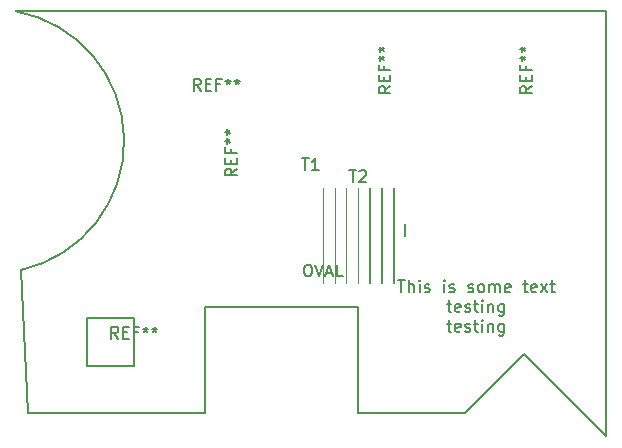
<source format=gto>
G04 #@! TF.FileFunction,Legend,Top*
%FSLAX46Y46*%
G04 Gerber Fmt 4.6, Leading zero omitted, Abs format (unit mm)*
G04 Created by KiCad (PCBNEW 4.0.4+e1-6308~48~ubuntu16.04.1-stable) date Thu Sep 15 10:42:46 2016*
%MOMM*%
%LPD*%
G01*
G04 APERTURE LIST*
%ADD10C,0.100000*%
%ADD11C,0.150000*%
%ADD12C,0.152400*%
%ADD13C,0.203200*%
%ADD14C,0.177800*%
%ADD15C,0.127000*%
%ADD16C,0.101600*%
%ADD17C,0.076200*%
%ADD18C,0.050800*%
%ADD19C,0.025400*%
G04 APERTURE END LIST*
D10*
D11*
X100000000Y-82000000D02*
X100000000Y-78000000D01*
X104000000Y-82000000D02*
X100000000Y-82000000D01*
X104000000Y-78000000D02*
X104000000Y-82000000D01*
X100000000Y-78000000D02*
X104000000Y-78000000D01*
D12*
X126371811Y-74767219D02*
X126952382Y-74767219D01*
X126662097Y-75783219D02*
X126662097Y-74767219D01*
X127291049Y-75783219D02*
X127291049Y-74767219D01*
X127726477Y-75783219D02*
X127726477Y-75251029D01*
X127678096Y-75154267D01*
X127581334Y-75105886D01*
X127436192Y-75105886D01*
X127339430Y-75154267D01*
X127291049Y-75202648D01*
X128210287Y-75783219D02*
X128210287Y-75105886D01*
X128210287Y-74767219D02*
X128161906Y-74815600D01*
X128210287Y-74863981D01*
X128258668Y-74815600D01*
X128210287Y-74767219D01*
X128210287Y-74863981D01*
X128645716Y-75734838D02*
X128742478Y-75783219D01*
X128936002Y-75783219D01*
X129032763Y-75734838D01*
X129081144Y-75638076D01*
X129081144Y-75589695D01*
X129032763Y-75492933D01*
X128936002Y-75444552D01*
X128790859Y-75444552D01*
X128694097Y-75396171D01*
X128645716Y-75299410D01*
X128645716Y-75251029D01*
X128694097Y-75154267D01*
X128790859Y-75105886D01*
X128936002Y-75105886D01*
X129032763Y-75154267D01*
X130290668Y-75783219D02*
X130290668Y-75105886D01*
X130290668Y-74767219D02*
X130242287Y-74815600D01*
X130290668Y-74863981D01*
X130339049Y-74815600D01*
X130290668Y-74767219D01*
X130290668Y-74863981D01*
X130726097Y-75734838D02*
X130822859Y-75783219D01*
X131016383Y-75783219D01*
X131113144Y-75734838D01*
X131161525Y-75638076D01*
X131161525Y-75589695D01*
X131113144Y-75492933D01*
X131016383Y-75444552D01*
X130871240Y-75444552D01*
X130774478Y-75396171D01*
X130726097Y-75299410D01*
X130726097Y-75251029D01*
X130774478Y-75154267D01*
X130871240Y-75105886D01*
X131016383Y-75105886D01*
X131113144Y-75154267D01*
X132322668Y-75734838D02*
X132419430Y-75783219D01*
X132612954Y-75783219D01*
X132709715Y-75734838D01*
X132758096Y-75638076D01*
X132758096Y-75589695D01*
X132709715Y-75492933D01*
X132612954Y-75444552D01*
X132467811Y-75444552D01*
X132371049Y-75396171D01*
X132322668Y-75299410D01*
X132322668Y-75251029D01*
X132371049Y-75154267D01*
X132467811Y-75105886D01*
X132612954Y-75105886D01*
X132709715Y-75154267D01*
X133338668Y-75783219D02*
X133241906Y-75734838D01*
X133193525Y-75686457D01*
X133145144Y-75589695D01*
X133145144Y-75299410D01*
X133193525Y-75202648D01*
X133241906Y-75154267D01*
X133338668Y-75105886D01*
X133483810Y-75105886D01*
X133580572Y-75154267D01*
X133628953Y-75202648D01*
X133677334Y-75299410D01*
X133677334Y-75589695D01*
X133628953Y-75686457D01*
X133580572Y-75734838D01*
X133483810Y-75783219D01*
X133338668Y-75783219D01*
X134112763Y-75783219D02*
X134112763Y-75105886D01*
X134112763Y-75202648D02*
X134161144Y-75154267D01*
X134257906Y-75105886D01*
X134403048Y-75105886D01*
X134499810Y-75154267D01*
X134548191Y-75251029D01*
X134548191Y-75783219D01*
X134548191Y-75251029D02*
X134596572Y-75154267D01*
X134693334Y-75105886D01*
X134838477Y-75105886D01*
X134935239Y-75154267D01*
X134983620Y-75251029D01*
X134983620Y-75783219D01*
X135854477Y-75734838D02*
X135757715Y-75783219D01*
X135564192Y-75783219D01*
X135467430Y-75734838D01*
X135419049Y-75638076D01*
X135419049Y-75251029D01*
X135467430Y-75154267D01*
X135564192Y-75105886D01*
X135757715Y-75105886D01*
X135854477Y-75154267D01*
X135902858Y-75251029D01*
X135902858Y-75347790D01*
X135419049Y-75444552D01*
X136967239Y-75105886D02*
X137354287Y-75105886D01*
X137112382Y-74767219D02*
X137112382Y-75638076D01*
X137160763Y-75734838D01*
X137257525Y-75783219D01*
X137354287Y-75783219D01*
X138080000Y-75734838D02*
X137983238Y-75783219D01*
X137789715Y-75783219D01*
X137692953Y-75734838D01*
X137644572Y-75638076D01*
X137644572Y-75251029D01*
X137692953Y-75154267D01*
X137789715Y-75105886D01*
X137983238Y-75105886D01*
X138080000Y-75154267D01*
X138128381Y-75251029D01*
X138128381Y-75347790D01*
X137644572Y-75444552D01*
X138467048Y-75783219D02*
X138999238Y-75105886D01*
X138467048Y-75105886D02*
X138999238Y-75783219D01*
X139241143Y-75105886D02*
X139628191Y-75105886D01*
X139386286Y-74767219D02*
X139386286Y-75638076D01*
X139434667Y-75734838D01*
X139531429Y-75783219D01*
X139628191Y-75783219D01*
X130508382Y-76782286D02*
X130895430Y-76782286D01*
X130653525Y-76443619D02*
X130653525Y-77314476D01*
X130701906Y-77411238D01*
X130798668Y-77459619D01*
X130895430Y-77459619D01*
X131621143Y-77411238D02*
X131524381Y-77459619D01*
X131330858Y-77459619D01*
X131234096Y-77411238D01*
X131185715Y-77314476D01*
X131185715Y-76927429D01*
X131234096Y-76830667D01*
X131330858Y-76782286D01*
X131524381Y-76782286D01*
X131621143Y-76830667D01*
X131669524Y-76927429D01*
X131669524Y-77024190D01*
X131185715Y-77120952D01*
X132056572Y-77411238D02*
X132153334Y-77459619D01*
X132346858Y-77459619D01*
X132443619Y-77411238D01*
X132492000Y-77314476D01*
X132492000Y-77266095D01*
X132443619Y-77169333D01*
X132346858Y-77120952D01*
X132201715Y-77120952D01*
X132104953Y-77072571D01*
X132056572Y-76975810D01*
X132056572Y-76927429D01*
X132104953Y-76830667D01*
X132201715Y-76782286D01*
X132346858Y-76782286D01*
X132443619Y-76830667D01*
X132782286Y-76782286D02*
X133169334Y-76782286D01*
X132927429Y-76443619D02*
X132927429Y-77314476D01*
X132975810Y-77411238D01*
X133072572Y-77459619D01*
X133169334Y-77459619D01*
X133508000Y-77459619D02*
X133508000Y-76782286D01*
X133508000Y-76443619D02*
X133459619Y-76492000D01*
X133508000Y-76540381D01*
X133556381Y-76492000D01*
X133508000Y-76443619D01*
X133508000Y-76540381D01*
X133991810Y-76782286D02*
X133991810Y-77459619D01*
X133991810Y-76879048D02*
X134040191Y-76830667D01*
X134136953Y-76782286D01*
X134282095Y-76782286D01*
X134378857Y-76830667D01*
X134427238Y-76927429D01*
X134427238Y-77459619D01*
X135346476Y-76782286D02*
X135346476Y-77604762D01*
X135298095Y-77701524D01*
X135249714Y-77749905D01*
X135152953Y-77798286D01*
X135007810Y-77798286D01*
X134911048Y-77749905D01*
X135346476Y-77411238D02*
X135249714Y-77459619D01*
X135056191Y-77459619D01*
X134959429Y-77411238D01*
X134911048Y-77362857D01*
X134862667Y-77266095D01*
X134862667Y-76975810D01*
X134911048Y-76879048D01*
X134959429Y-76830667D01*
X135056191Y-76782286D01*
X135249714Y-76782286D01*
X135346476Y-76830667D01*
X130508382Y-78458686D02*
X130895430Y-78458686D01*
X130653525Y-78120019D02*
X130653525Y-78990876D01*
X130701906Y-79087638D01*
X130798668Y-79136019D01*
X130895430Y-79136019D01*
X131621143Y-79087638D02*
X131524381Y-79136019D01*
X131330858Y-79136019D01*
X131234096Y-79087638D01*
X131185715Y-78990876D01*
X131185715Y-78603829D01*
X131234096Y-78507067D01*
X131330858Y-78458686D01*
X131524381Y-78458686D01*
X131621143Y-78507067D01*
X131669524Y-78603829D01*
X131669524Y-78700590D01*
X131185715Y-78797352D01*
X132056572Y-79087638D02*
X132153334Y-79136019D01*
X132346858Y-79136019D01*
X132443619Y-79087638D01*
X132492000Y-78990876D01*
X132492000Y-78942495D01*
X132443619Y-78845733D01*
X132346858Y-78797352D01*
X132201715Y-78797352D01*
X132104953Y-78748971D01*
X132056572Y-78652210D01*
X132056572Y-78603829D01*
X132104953Y-78507067D01*
X132201715Y-78458686D01*
X132346858Y-78458686D01*
X132443619Y-78507067D01*
X132782286Y-78458686D02*
X133169334Y-78458686D01*
X132927429Y-78120019D02*
X132927429Y-78990876D01*
X132975810Y-79087638D01*
X133072572Y-79136019D01*
X133169334Y-79136019D01*
X133508000Y-79136019D02*
X133508000Y-78458686D01*
X133508000Y-78120019D02*
X133459619Y-78168400D01*
X133508000Y-78216781D01*
X133556381Y-78168400D01*
X133508000Y-78120019D01*
X133508000Y-78216781D01*
X133991810Y-78458686D02*
X133991810Y-79136019D01*
X133991810Y-78555448D02*
X134040191Y-78507067D01*
X134136953Y-78458686D01*
X134282095Y-78458686D01*
X134378857Y-78507067D01*
X134427238Y-78603829D01*
X134427238Y-79136019D01*
X135346476Y-78458686D02*
X135346476Y-79281162D01*
X135298095Y-79377924D01*
X135249714Y-79426305D01*
X135152953Y-79474686D01*
X135007810Y-79474686D01*
X134911048Y-79426305D01*
X135346476Y-79087638D02*
X135249714Y-79136019D01*
X135056191Y-79136019D01*
X134959429Y-79087638D01*
X134911048Y-79039257D01*
X134862667Y-78942495D01*
X134862667Y-78652210D01*
X134911048Y-78555448D01*
X134959429Y-78507067D01*
X135056191Y-78458686D01*
X135249714Y-78458686D01*
X135346476Y-78507067D01*
D13*
X127000000Y-70000000D02*
X127000000Y-71000000D01*
D14*
X126000000Y-67000000D02*
X126000000Y-75000000D01*
D12*
X125000000Y-75000000D02*
X125000000Y-67000000D01*
D15*
X124000000Y-67000000D02*
X124000000Y-75000000D01*
D16*
X123000000Y-75000000D02*
X123000000Y-67000000D01*
D17*
X122000000Y-67000000D02*
X122000000Y-75000000D01*
D18*
X121000000Y-67000000D02*
X121000000Y-75000000D01*
D19*
X120000000Y-75000000D02*
X120000000Y-67000000D01*
D11*
X94421170Y-73915033D02*
G75*
G03X94000000Y-52000000I-2421170J10915033D01*
G01*
X95000000Y-86000000D02*
X94421170Y-73915032D01*
X103000000Y-86000000D02*
X95000000Y-86000000D01*
X110000000Y-86000000D02*
X103000000Y-86000000D01*
X110000000Y-77000000D02*
X110000000Y-86000000D01*
X123000000Y-77000000D02*
X110000000Y-77000000D01*
X123000000Y-86000000D02*
X123000000Y-77000000D01*
X132000000Y-86000000D02*
X123000000Y-86000000D01*
X137000000Y-81000000D02*
X132000000Y-86000000D01*
X144000000Y-88000000D02*
X137000000Y-81000000D01*
X144000000Y-52000000D02*
X144000000Y-88000000D01*
X94000000Y-52000000D02*
X144000000Y-52000000D01*
X109666667Y-58722381D02*
X109333333Y-58246190D01*
X109095238Y-58722381D02*
X109095238Y-57722381D01*
X109476191Y-57722381D01*
X109571429Y-57770000D01*
X109619048Y-57817619D01*
X109666667Y-57912857D01*
X109666667Y-58055714D01*
X109619048Y-58150952D01*
X109571429Y-58198571D01*
X109476191Y-58246190D01*
X109095238Y-58246190D01*
X110095238Y-58198571D02*
X110428572Y-58198571D01*
X110571429Y-58722381D02*
X110095238Y-58722381D01*
X110095238Y-57722381D01*
X110571429Y-57722381D01*
X111333334Y-58198571D02*
X111000000Y-58198571D01*
X111000000Y-58722381D02*
X111000000Y-57722381D01*
X111476191Y-57722381D01*
X112000000Y-57722381D02*
X112000000Y-57960476D01*
X111761905Y-57865238D02*
X112000000Y-57960476D01*
X112238096Y-57865238D01*
X111857143Y-58150952D02*
X112000000Y-57960476D01*
X112142858Y-58150952D01*
X112761905Y-57722381D02*
X112761905Y-57960476D01*
X112523810Y-57865238D02*
X112761905Y-57960476D01*
X113000001Y-57865238D01*
X112619048Y-58150952D02*
X112761905Y-57960476D01*
X112904763Y-58150952D01*
X125722381Y-58333333D02*
X125246190Y-58666667D01*
X125722381Y-58904762D02*
X124722381Y-58904762D01*
X124722381Y-58523809D01*
X124770000Y-58428571D01*
X124817619Y-58380952D01*
X124912857Y-58333333D01*
X125055714Y-58333333D01*
X125150952Y-58380952D01*
X125198571Y-58428571D01*
X125246190Y-58523809D01*
X125246190Y-58904762D01*
X125198571Y-57904762D02*
X125198571Y-57571428D01*
X125722381Y-57428571D02*
X125722381Y-57904762D01*
X124722381Y-57904762D01*
X124722381Y-57428571D01*
X125198571Y-56666666D02*
X125198571Y-57000000D01*
X125722381Y-57000000D02*
X124722381Y-57000000D01*
X124722381Y-56523809D01*
X124722381Y-56000000D02*
X124960476Y-56000000D01*
X124865238Y-56238095D02*
X124960476Y-56000000D01*
X124865238Y-55761904D01*
X125150952Y-56142857D02*
X124960476Y-56000000D01*
X125150952Y-55857142D01*
X124722381Y-55238095D02*
X124960476Y-55238095D01*
X124865238Y-55476190D02*
X124960476Y-55238095D01*
X124865238Y-54999999D01*
X125150952Y-55380952D02*
X124960476Y-55238095D01*
X125150952Y-55095237D01*
X137722381Y-58333333D02*
X137246190Y-58666667D01*
X137722381Y-58904762D02*
X136722381Y-58904762D01*
X136722381Y-58523809D01*
X136770000Y-58428571D01*
X136817619Y-58380952D01*
X136912857Y-58333333D01*
X137055714Y-58333333D01*
X137150952Y-58380952D01*
X137198571Y-58428571D01*
X137246190Y-58523809D01*
X137246190Y-58904762D01*
X137198571Y-57904762D02*
X137198571Y-57571428D01*
X137722381Y-57428571D02*
X137722381Y-57904762D01*
X136722381Y-57904762D01*
X136722381Y-57428571D01*
X137198571Y-56666666D02*
X137198571Y-57000000D01*
X137722381Y-57000000D02*
X136722381Y-57000000D01*
X136722381Y-56523809D01*
X136722381Y-56000000D02*
X136960476Y-56000000D01*
X136865238Y-56238095D02*
X136960476Y-56000000D01*
X136865238Y-55761904D01*
X137150952Y-56142857D02*
X136960476Y-56000000D01*
X137150952Y-55857142D01*
X136722381Y-55238095D02*
X136960476Y-55238095D01*
X136865238Y-55476190D02*
X136960476Y-55238095D01*
X136865238Y-54999999D01*
X137150952Y-55380952D02*
X136960476Y-55238095D01*
X137150952Y-55095237D01*
X112722381Y-65333333D02*
X112246190Y-65666667D01*
X112722381Y-65904762D02*
X111722381Y-65904762D01*
X111722381Y-65523809D01*
X111770000Y-65428571D01*
X111817619Y-65380952D01*
X111912857Y-65333333D01*
X112055714Y-65333333D01*
X112150952Y-65380952D01*
X112198571Y-65428571D01*
X112246190Y-65523809D01*
X112246190Y-65904762D01*
X112198571Y-64904762D02*
X112198571Y-64571428D01*
X112722381Y-64428571D02*
X112722381Y-64904762D01*
X111722381Y-64904762D01*
X111722381Y-64428571D01*
X112198571Y-63666666D02*
X112198571Y-64000000D01*
X112722381Y-64000000D02*
X111722381Y-64000000D01*
X111722381Y-63523809D01*
X111722381Y-63000000D02*
X111960476Y-63000000D01*
X111865238Y-63238095D02*
X111960476Y-63000000D01*
X111865238Y-62761904D01*
X112150952Y-63142857D02*
X111960476Y-63000000D01*
X112150952Y-62857142D01*
X111722381Y-62238095D02*
X111960476Y-62238095D01*
X111865238Y-62476190D02*
X111960476Y-62238095D01*
X111865238Y-61999999D01*
X112150952Y-62380952D02*
X111960476Y-62238095D01*
X112150952Y-62095237D01*
X122238095Y-65452381D02*
X122809524Y-65452381D01*
X122523809Y-66452381D02*
X122523809Y-65452381D01*
X123095238Y-65547619D02*
X123142857Y-65500000D01*
X123238095Y-65452381D01*
X123476191Y-65452381D01*
X123571429Y-65500000D01*
X123619048Y-65547619D01*
X123666667Y-65642857D01*
X123666667Y-65738095D01*
X123619048Y-65880952D01*
X123047619Y-66452381D01*
X123666667Y-66452381D01*
X118238095Y-64452381D02*
X118809524Y-64452381D01*
X118523809Y-65452381D02*
X118523809Y-64452381D01*
X119666667Y-65452381D02*
X119095238Y-65452381D01*
X119380952Y-65452381D02*
X119380952Y-64452381D01*
X119285714Y-64595238D01*
X119190476Y-64690476D01*
X119095238Y-64738095D01*
X102666667Y-79722381D02*
X102333333Y-79246190D01*
X102095238Y-79722381D02*
X102095238Y-78722381D01*
X102476191Y-78722381D01*
X102571429Y-78770000D01*
X102619048Y-78817619D01*
X102666667Y-78912857D01*
X102666667Y-79055714D01*
X102619048Y-79150952D01*
X102571429Y-79198571D01*
X102476191Y-79246190D01*
X102095238Y-79246190D01*
X103095238Y-79198571D02*
X103428572Y-79198571D01*
X103571429Y-79722381D02*
X103095238Y-79722381D01*
X103095238Y-78722381D01*
X103571429Y-78722381D01*
X104333334Y-79198571D02*
X104000000Y-79198571D01*
X104000000Y-79722381D02*
X104000000Y-78722381D01*
X104476191Y-78722381D01*
X105000000Y-78722381D02*
X105000000Y-78960476D01*
X104761905Y-78865238D02*
X105000000Y-78960476D01*
X105238096Y-78865238D01*
X104857143Y-79150952D02*
X105000000Y-78960476D01*
X105142858Y-79150952D01*
X105761905Y-78722381D02*
X105761905Y-78960476D01*
X105523810Y-78865238D02*
X105761905Y-78960476D01*
X106000001Y-78865238D01*
X105619048Y-79150952D02*
X105761905Y-78960476D01*
X105904763Y-79150952D01*
X118642857Y-73452381D02*
X118833334Y-73452381D01*
X118928572Y-73500000D01*
X119023810Y-73595238D01*
X119071429Y-73785714D01*
X119071429Y-74119048D01*
X119023810Y-74309524D01*
X118928572Y-74404762D01*
X118833334Y-74452381D01*
X118642857Y-74452381D01*
X118547619Y-74404762D01*
X118452381Y-74309524D01*
X118404762Y-74119048D01*
X118404762Y-73785714D01*
X118452381Y-73595238D01*
X118547619Y-73500000D01*
X118642857Y-73452381D01*
X119357143Y-73452381D02*
X119690476Y-74452381D01*
X120023810Y-73452381D01*
X120309524Y-74166667D02*
X120785715Y-74166667D01*
X120214286Y-74452381D02*
X120547619Y-73452381D01*
X120880953Y-74452381D01*
X121690477Y-74452381D02*
X121214286Y-74452381D01*
X121214286Y-73452381D01*
M02*

</source>
